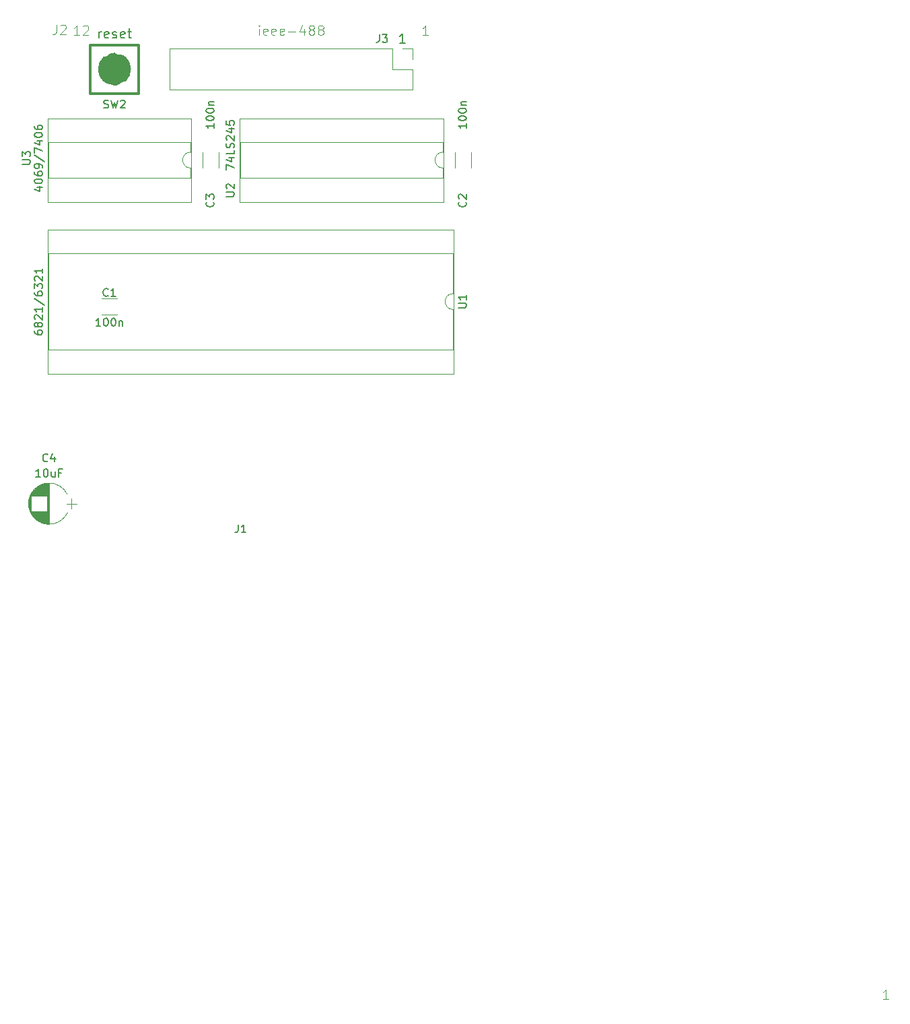
<source format=gto>
G04 #@! TF.GenerationSoftware,KiCad,Pcbnew,(5.0.1-3-g963ef8bb5)*
G04 #@! TF.CreationDate,2020-03-26T19:19:19+01:00*
G04 #@! TF.ProjectId,C64_ieee488_interface_6821,4336345F696565653438385F696E7465,1.0*
G04 #@! TF.SameCoordinates,Original*
G04 #@! TF.FileFunction,Legend,Top*
G04 #@! TF.FilePolarity,Positive*
%FSLAX46Y46*%
G04 Gerber Fmt 4.6, Leading zero omitted, Abs format (unit mm)*
G04 Created by KiCad (PCBNEW (5.0.1-3-g963ef8bb5)) date Donnerstag, 26. März 2020 um 19:19:19*
%MOMM*%
%LPD*%
G01*
G04 APERTURE LIST*
%ADD10C,0.150000*%
%ADD11C,0.304800*%
%ADD12C,2.540000*%
%ADD13C,0.120000*%
%ADD14C,0.101600*%
G04 APERTURE END LIST*
D10*
X69812142Y-57057857D02*
X69812142Y-56257857D01*
X69812142Y-56486428D02*
X69869285Y-56372142D01*
X69926428Y-56315000D01*
X70040714Y-56257857D01*
X70155000Y-56257857D01*
X71012142Y-57000714D02*
X70897857Y-57057857D01*
X70669285Y-57057857D01*
X70555000Y-57000714D01*
X70497857Y-56886428D01*
X70497857Y-56429285D01*
X70555000Y-56315000D01*
X70669285Y-56257857D01*
X70897857Y-56257857D01*
X71012142Y-56315000D01*
X71069285Y-56429285D01*
X71069285Y-56543571D01*
X70497857Y-56657857D01*
X71526428Y-57000714D02*
X71640714Y-57057857D01*
X71869285Y-57057857D01*
X71983571Y-57000714D01*
X72040714Y-56886428D01*
X72040714Y-56829285D01*
X71983571Y-56715000D01*
X71869285Y-56657857D01*
X71697857Y-56657857D01*
X71583571Y-56600714D01*
X71526428Y-56486428D01*
X71526428Y-56429285D01*
X71583571Y-56315000D01*
X71697857Y-56257857D01*
X71869285Y-56257857D01*
X71983571Y-56315000D01*
X73012142Y-57000714D02*
X72897857Y-57057857D01*
X72669285Y-57057857D01*
X72555000Y-57000714D01*
X72497857Y-56886428D01*
X72497857Y-56429285D01*
X72555000Y-56315000D01*
X72669285Y-56257857D01*
X72897857Y-56257857D01*
X73012142Y-56315000D01*
X73069285Y-56429285D01*
X73069285Y-56543571D01*
X72497857Y-56657857D01*
X73412142Y-56257857D02*
X73869285Y-56257857D01*
X73583571Y-55857857D02*
X73583571Y-56886428D01*
X73640714Y-57000714D01*
X73755000Y-57057857D01*
X73869285Y-57057857D01*
X108292857Y-57692857D02*
X107607142Y-57692857D01*
X107950000Y-57692857D02*
X107950000Y-56492857D01*
X107835714Y-56664285D01*
X107721428Y-56778571D01*
X107607142Y-56835714D01*
D11*
G04 #@! TO.C,SW2*
X68707000Y-64008000D02*
X68707000Y-57912000D01*
X68707000Y-57912000D02*
X74803000Y-57912000D01*
X74803000Y-57912000D02*
X74803000Y-64008000D01*
X74803000Y-64008000D02*
X68707000Y-64008000D01*
D12*
X72558219Y-60960000D02*
G75*
G03X72558219Y-60960000I-803219J0D01*
G01*
D13*
G04 #@! TO.C,U1*
X114420000Y-99230000D02*
X114420000Y-81110000D01*
X63380000Y-99230000D02*
X114420000Y-99230000D01*
X63380000Y-81110000D02*
X63380000Y-99230000D01*
X114420000Y-81110000D02*
X63380000Y-81110000D01*
X114360000Y-96230000D02*
X114360000Y-91170000D01*
X63440000Y-96230000D02*
X114360000Y-96230000D01*
X63440000Y-84110000D02*
X63440000Y-96230000D01*
X114360000Y-84110000D02*
X63440000Y-84110000D01*
X114360000Y-89170000D02*
X114360000Y-84110000D01*
X114360000Y-91170000D02*
G75*
G02X114360000Y-89170000I0J1000000D01*
G01*
G04 #@! TO.C,U2*
X113150000Y-77640000D02*
X113150000Y-67140000D01*
X87510000Y-77640000D02*
X113150000Y-77640000D01*
X87510000Y-67140000D02*
X87510000Y-77640000D01*
X113150000Y-67140000D02*
X87510000Y-67140000D01*
X113090000Y-74640000D02*
X113090000Y-73390000D01*
X87570000Y-74640000D02*
X113090000Y-74640000D01*
X87570000Y-70140000D02*
X87570000Y-74640000D01*
X113090000Y-70140000D02*
X87570000Y-70140000D01*
X113090000Y-71390000D02*
X113090000Y-70140000D01*
X113090000Y-73390000D02*
G75*
G02X113090000Y-71390000I0J1000000D01*
G01*
G04 #@! TO.C,U3*
X81400000Y-77640000D02*
X81400000Y-67140000D01*
X63380000Y-77640000D02*
X81400000Y-77640000D01*
X63380000Y-67140000D02*
X63380000Y-77640000D01*
X81400000Y-67140000D02*
X63380000Y-67140000D01*
X81340000Y-74640000D02*
X81340000Y-73390000D01*
X63440000Y-74640000D02*
X81340000Y-74640000D01*
X63440000Y-70140000D02*
X63440000Y-74640000D01*
X81340000Y-70140000D02*
X63440000Y-70140000D01*
X81340000Y-71390000D02*
X81340000Y-70140000D01*
X81340000Y-73390000D02*
G75*
G02X81340000Y-71390000I0J1000000D01*
G01*
G04 #@! TO.C,C1*
X70120000Y-91825000D02*
X72120000Y-91825000D01*
X72120000Y-89785000D02*
X70120000Y-89785000D01*
G04 #@! TO.C,C2*
X114550000Y-71390000D02*
X114550000Y-73390000D01*
X116590000Y-73390000D02*
X116590000Y-71390000D01*
G04 #@! TO.C,C3*
X84840000Y-73390000D02*
X84840000Y-71390000D01*
X82800000Y-71390000D02*
X82800000Y-73390000D01*
G04 #@! TO.C,C4*
X66370000Y-116220000D02*
X66370000Y-114920000D01*
X66970000Y-115570000D02*
X65770000Y-115570000D01*
X60959000Y-115924000D02*
X60959000Y-115216000D01*
X60999000Y-116129000D02*
X60999000Y-115011000D01*
X61039000Y-116277000D02*
X61039000Y-114863000D01*
X61079000Y-116399000D02*
X61079000Y-114741000D01*
X61119000Y-116504000D02*
X61119000Y-114636000D01*
X61159000Y-116598000D02*
X61159000Y-114542000D01*
X61199000Y-116682000D02*
X61199000Y-114458000D01*
X61239000Y-116759000D02*
X61239000Y-114381000D01*
X61279000Y-116831000D02*
X61279000Y-114309000D01*
X61319000Y-114590000D02*
X61319000Y-114243000D01*
X61319000Y-116897000D02*
X61319000Y-116550000D01*
X61359000Y-114590000D02*
X61359000Y-114180000D01*
X61359000Y-116960000D02*
X61359000Y-116550000D01*
X61399000Y-114590000D02*
X61399000Y-114122000D01*
X61399000Y-117018000D02*
X61399000Y-116550000D01*
X61439000Y-114590000D02*
X61439000Y-114066000D01*
X61439000Y-117074000D02*
X61439000Y-116550000D01*
X61479000Y-114590000D02*
X61479000Y-114014000D01*
X61479000Y-117126000D02*
X61479000Y-116550000D01*
X61519000Y-114590000D02*
X61519000Y-113964000D01*
X61519000Y-117176000D02*
X61519000Y-116550000D01*
X61559000Y-114590000D02*
X61559000Y-113916000D01*
X61559000Y-117224000D02*
X61559000Y-116550000D01*
X61599000Y-114590000D02*
X61599000Y-113871000D01*
X61599000Y-117269000D02*
X61599000Y-116550000D01*
X61639000Y-114590000D02*
X61639000Y-113828000D01*
X61639000Y-117312000D02*
X61639000Y-116550000D01*
X61679000Y-114590000D02*
X61679000Y-113787000D01*
X61679000Y-117353000D02*
X61679000Y-116550000D01*
X61719000Y-114590000D02*
X61719000Y-113747000D01*
X61719000Y-117393000D02*
X61719000Y-116550000D01*
X61759000Y-114590000D02*
X61759000Y-113709000D01*
X61759000Y-117431000D02*
X61759000Y-116550000D01*
X61799000Y-114590000D02*
X61799000Y-113673000D01*
X61799000Y-117467000D02*
X61799000Y-116550000D01*
X61839000Y-114590000D02*
X61839000Y-113638000D01*
X61839000Y-117502000D02*
X61839000Y-116550000D01*
X61879000Y-114590000D02*
X61879000Y-113605000D01*
X61879000Y-117535000D02*
X61879000Y-116550000D01*
X61919000Y-114590000D02*
X61919000Y-113573000D01*
X61919000Y-117567000D02*
X61919000Y-116550000D01*
X61959000Y-114590000D02*
X61959000Y-113542000D01*
X61959000Y-117598000D02*
X61959000Y-116550000D01*
X61999000Y-114590000D02*
X61999000Y-113512000D01*
X61999000Y-117628000D02*
X61999000Y-116550000D01*
X62039000Y-114590000D02*
X62039000Y-113484000D01*
X62039000Y-117656000D02*
X62039000Y-116550000D01*
X62079000Y-114590000D02*
X62079000Y-113457000D01*
X62079000Y-117683000D02*
X62079000Y-116550000D01*
X62119000Y-114590000D02*
X62119000Y-113430000D01*
X62119000Y-117710000D02*
X62119000Y-116550000D01*
X62159000Y-114590000D02*
X62159000Y-113405000D01*
X62159000Y-117735000D02*
X62159000Y-116550000D01*
X62199000Y-114590000D02*
X62199000Y-113381000D01*
X62199000Y-117759000D02*
X62199000Y-116550000D01*
X62239000Y-114590000D02*
X62239000Y-113358000D01*
X62239000Y-117782000D02*
X62239000Y-116550000D01*
X62279000Y-114590000D02*
X62279000Y-113336000D01*
X62279000Y-117804000D02*
X62279000Y-116550000D01*
X62319000Y-114590000D02*
X62319000Y-113314000D01*
X62319000Y-117826000D02*
X62319000Y-116550000D01*
X62359000Y-114590000D02*
X62359000Y-113294000D01*
X62359000Y-117846000D02*
X62359000Y-116550000D01*
X62399000Y-114590000D02*
X62399000Y-113274000D01*
X62399000Y-117866000D02*
X62399000Y-116550000D01*
X62439000Y-114590000D02*
X62439000Y-113255000D01*
X62439000Y-117885000D02*
X62439000Y-116550000D01*
X62479000Y-114590000D02*
X62479000Y-113237000D01*
X62479000Y-117903000D02*
X62479000Y-116550000D01*
X62519000Y-114590000D02*
X62519000Y-113220000D01*
X62519000Y-117920000D02*
X62519000Y-116550000D01*
X62559000Y-114590000D02*
X62559000Y-113204000D01*
X62559000Y-117936000D02*
X62559000Y-116550000D01*
X62599000Y-114590000D02*
X62599000Y-113188000D01*
X62599000Y-117952000D02*
X62599000Y-116550000D01*
X62639000Y-114590000D02*
X62639000Y-113174000D01*
X62639000Y-117966000D02*
X62639000Y-116550000D01*
X62679000Y-114590000D02*
X62679000Y-113160000D01*
X62679000Y-117980000D02*
X62679000Y-116550000D01*
X62719000Y-114590000D02*
X62719000Y-113146000D01*
X62719000Y-117994000D02*
X62719000Y-116550000D01*
X62759000Y-114590000D02*
X62759000Y-113134000D01*
X62759000Y-118006000D02*
X62759000Y-116550000D01*
X62799000Y-114590000D02*
X62799000Y-113122000D01*
X62799000Y-118018000D02*
X62799000Y-116550000D01*
X62840000Y-114590000D02*
X62840000Y-113110000D01*
X62840000Y-118030000D02*
X62840000Y-116550000D01*
X62880000Y-114590000D02*
X62880000Y-113100000D01*
X62880000Y-118040000D02*
X62880000Y-116550000D01*
X62920000Y-114590000D02*
X62920000Y-113090000D01*
X62920000Y-118050000D02*
X62920000Y-116550000D01*
X62960000Y-114590000D02*
X62960000Y-113081000D01*
X62960000Y-118059000D02*
X62960000Y-116550000D01*
X63000000Y-114590000D02*
X63000000Y-113072000D01*
X63000000Y-118068000D02*
X63000000Y-116550000D01*
X63040000Y-114590000D02*
X63040000Y-113064000D01*
X63040000Y-118076000D02*
X63040000Y-116550000D01*
X63080000Y-114590000D02*
X63080000Y-113057000D01*
X63080000Y-118083000D02*
X63080000Y-116550000D01*
X63120000Y-114590000D02*
X63120000Y-113051000D01*
X63120000Y-118089000D02*
X63120000Y-116550000D01*
X63160000Y-114590000D02*
X63160000Y-113045000D01*
X63160000Y-118095000D02*
X63160000Y-116550000D01*
X63200000Y-114590000D02*
X63200000Y-113039000D01*
X63200000Y-118101000D02*
X63200000Y-116550000D01*
X63240000Y-114590000D02*
X63240000Y-113035000D01*
X63240000Y-118105000D02*
X63240000Y-116550000D01*
X63280000Y-118109000D02*
X63280000Y-113031000D01*
X63320000Y-118113000D02*
X63320000Y-113027000D01*
X63360000Y-118116000D02*
X63360000Y-113024000D01*
X63400000Y-118118000D02*
X63400000Y-113022000D01*
X63440000Y-118119000D02*
X63440000Y-113021000D01*
X63480000Y-118120000D02*
X63480000Y-113020000D01*
X63520000Y-118120000D02*
X63520000Y-113020000D01*
X61214278Y-114390277D02*
G75*
G03X61214420Y-116750000I2305722J-1179723D01*
G01*
X61214278Y-114390277D02*
G75*
G02X65825580Y-114390000I2305722J-1179723D01*
G01*
X61214278Y-116749723D02*
G75*
G03X65825580Y-116750000I2305722J1179723D01*
G01*
G04 #@! TO.C,J3*
X109280000Y-58360000D02*
X109280000Y-59690000D01*
X107950000Y-58360000D02*
X109280000Y-58360000D01*
X109280000Y-60960000D02*
X109280000Y-63560000D01*
X106680000Y-60960000D02*
X109280000Y-60960000D01*
X106680000Y-58360000D02*
X106680000Y-60960000D01*
X109280000Y-63560000D02*
X78680000Y-63560000D01*
X106680000Y-58360000D02*
X78680000Y-58360000D01*
X78680000Y-58360000D02*
X78680000Y-63560000D01*
G04 #@! TO.C,J1*
D10*
X87296666Y-118197380D02*
X87296666Y-118911666D01*
X87249047Y-119054523D01*
X87153809Y-119149761D01*
X87010952Y-119197380D01*
X86915714Y-119197380D01*
X88296666Y-119197380D02*
X87725238Y-119197380D01*
X88010952Y-119197380D02*
X88010952Y-118197380D01*
X87915714Y-118340238D01*
X87820476Y-118435476D01*
X87725238Y-118483095D01*
G04 #@! TO.C,J2*
D14*
X64452016Y-55378047D02*
X64452016Y-56239833D01*
X64394563Y-56412190D01*
X64279659Y-56527095D01*
X64107301Y-56584547D01*
X63992397Y-56584547D01*
X64969087Y-55492952D02*
X65026540Y-55435500D01*
X65141444Y-55378047D01*
X65428706Y-55378047D01*
X65543611Y-55435500D01*
X65601063Y-55492952D01*
X65658516Y-55607857D01*
X65658516Y-55722761D01*
X65601063Y-55895119D01*
X64911635Y-56584547D01*
X65658516Y-56584547D01*
X89958333Y-56679797D02*
X89958333Y-55875464D01*
X89958333Y-55473297D02*
X89900880Y-55530750D01*
X89958333Y-55588202D01*
X90015785Y-55530750D01*
X89958333Y-55473297D01*
X89958333Y-55588202D01*
X90992476Y-56622345D02*
X90877571Y-56679797D01*
X90647761Y-56679797D01*
X90532857Y-56622345D01*
X90475404Y-56507440D01*
X90475404Y-56047821D01*
X90532857Y-55932916D01*
X90647761Y-55875464D01*
X90877571Y-55875464D01*
X90992476Y-55932916D01*
X91049928Y-56047821D01*
X91049928Y-56162726D01*
X90475404Y-56277630D01*
X92026619Y-56622345D02*
X91911714Y-56679797D01*
X91681904Y-56679797D01*
X91567000Y-56622345D01*
X91509547Y-56507440D01*
X91509547Y-56047821D01*
X91567000Y-55932916D01*
X91681904Y-55875464D01*
X91911714Y-55875464D01*
X92026619Y-55932916D01*
X92084071Y-56047821D01*
X92084071Y-56162726D01*
X91509547Y-56277630D01*
X93060761Y-56622345D02*
X92945857Y-56679797D01*
X92716047Y-56679797D01*
X92601142Y-56622345D01*
X92543690Y-56507440D01*
X92543690Y-56047821D01*
X92601142Y-55932916D01*
X92716047Y-55875464D01*
X92945857Y-55875464D01*
X93060761Y-55932916D01*
X93118214Y-56047821D01*
X93118214Y-56162726D01*
X92543690Y-56277630D01*
X93635285Y-56220178D02*
X94554523Y-56220178D01*
X95646119Y-55875464D02*
X95646119Y-56679797D01*
X95358857Y-55415845D02*
X95071595Y-56277630D01*
X95818476Y-56277630D01*
X96450452Y-55990369D02*
X96335547Y-55932916D01*
X96278095Y-55875464D01*
X96220642Y-55760559D01*
X96220642Y-55703107D01*
X96278095Y-55588202D01*
X96335547Y-55530750D01*
X96450452Y-55473297D01*
X96680261Y-55473297D01*
X96795166Y-55530750D01*
X96852619Y-55588202D01*
X96910071Y-55703107D01*
X96910071Y-55760559D01*
X96852619Y-55875464D01*
X96795166Y-55932916D01*
X96680261Y-55990369D01*
X96450452Y-55990369D01*
X96335547Y-56047821D01*
X96278095Y-56105273D01*
X96220642Y-56220178D01*
X96220642Y-56449988D01*
X96278095Y-56564892D01*
X96335547Y-56622345D01*
X96450452Y-56679797D01*
X96680261Y-56679797D01*
X96795166Y-56622345D01*
X96852619Y-56564892D01*
X96910071Y-56449988D01*
X96910071Y-56220178D01*
X96852619Y-56105273D01*
X96795166Y-56047821D01*
X96680261Y-55990369D01*
X97599500Y-55990369D02*
X97484595Y-55932916D01*
X97427142Y-55875464D01*
X97369690Y-55760559D01*
X97369690Y-55703107D01*
X97427142Y-55588202D01*
X97484595Y-55530750D01*
X97599500Y-55473297D01*
X97829309Y-55473297D01*
X97944214Y-55530750D01*
X98001666Y-55588202D01*
X98059119Y-55703107D01*
X98059119Y-55760559D01*
X98001666Y-55875464D01*
X97944214Y-55932916D01*
X97829309Y-55990369D01*
X97599500Y-55990369D01*
X97484595Y-56047821D01*
X97427142Y-56105273D01*
X97369690Y-56220178D01*
X97369690Y-56449988D01*
X97427142Y-56564892D01*
X97484595Y-56622345D01*
X97599500Y-56679797D01*
X97829309Y-56679797D01*
X97944214Y-56622345D01*
X98001666Y-56564892D01*
X98059119Y-56449988D01*
X98059119Y-56220178D01*
X98001666Y-56105273D01*
X97944214Y-56047821D01*
X97829309Y-55990369D01*
X111244714Y-56679797D02*
X110555285Y-56679797D01*
X110900000Y-56679797D02*
X110900000Y-55473297D01*
X110785095Y-55645654D01*
X110670190Y-55760559D01*
X110555285Y-55818011D01*
X67334190Y-56679797D02*
X66644761Y-56679797D01*
X66989476Y-56679797D02*
X66989476Y-55473297D01*
X66874571Y-55645654D01*
X66759666Y-55760559D01*
X66644761Y-55818011D01*
X67793809Y-55588202D02*
X67851261Y-55530750D01*
X67966166Y-55473297D01*
X68253428Y-55473297D01*
X68368333Y-55530750D01*
X68425785Y-55588202D01*
X68483238Y-55703107D01*
X68483238Y-55818011D01*
X68425785Y-55990369D01*
X67736357Y-56679797D01*
X68483238Y-56679797D01*
G04 #@! TO.C,*
D10*
D14*
X169099714Y-177852071D02*
X168410285Y-177852071D01*
X168755000Y-177852071D02*
X168755000Y-176645571D01*
X168640095Y-176817928D01*
X168525190Y-176932833D01*
X168410285Y-176990285D01*
G04 #@! TO.C,SW2*
D10*
X70421666Y-65809761D02*
X70564523Y-65857380D01*
X70802619Y-65857380D01*
X70897857Y-65809761D01*
X70945476Y-65762142D01*
X70993095Y-65666904D01*
X70993095Y-65571666D01*
X70945476Y-65476428D01*
X70897857Y-65428809D01*
X70802619Y-65381190D01*
X70612142Y-65333571D01*
X70516904Y-65285952D01*
X70469285Y-65238333D01*
X70421666Y-65143095D01*
X70421666Y-65047857D01*
X70469285Y-64952619D01*
X70516904Y-64905000D01*
X70612142Y-64857380D01*
X70850238Y-64857380D01*
X70993095Y-64905000D01*
X71326428Y-64857380D02*
X71564523Y-65857380D01*
X71755000Y-65143095D01*
X71945476Y-65857380D01*
X72183571Y-64857380D01*
X72516904Y-64952619D02*
X72564523Y-64905000D01*
X72659761Y-64857380D01*
X72897857Y-64857380D01*
X72993095Y-64905000D01*
X73040714Y-64952619D01*
X73088333Y-65047857D01*
X73088333Y-65143095D01*
X73040714Y-65285952D01*
X72469285Y-65857380D01*
X73088333Y-65857380D01*
G04 #@! TO.C,U1*
X115022380Y-90931904D02*
X115831904Y-90931904D01*
X115927142Y-90884285D01*
X115974761Y-90836666D01*
X116022380Y-90741428D01*
X116022380Y-90550952D01*
X115974761Y-90455714D01*
X115927142Y-90408095D01*
X115831904Y-90360476D01*
X115022380Y-90360476D01*
X116022380Y-89360476D02*
X116022380Y-89931904D01*
X116022380Y-89646190D02*
X115022380Y-89646190D01*
X115165238Y-89741428D01*
X115260476Y-89836666D01*
X115308095Y-89931904D01*
X61682380Y-93836666D02*
X61682380Y-94027142D01*
X61730000Y-94122380D01*
X61777619Y-94170000D01*
X61920476Y-94265238D01*
X62110952Y-94312857D01*
X62491904Y-94312857D01*
X62587142Y-94265238D01*
X62634761Y-94217619D01*
X62682380Y-94122380D01*
X62682380Y-93931904D01*
X62634761Y-93836666D01*
X62587142Y-93789047D01*
X62491904Y-93741428D01*
X62253809Y-93741428D01*
X62158571Y-93789047D01*
X62110952Y-93836666D01*
X62063333Y-93931904D01*
X62063333Y-94122380D01*
X62110952Y-94217619D01*
X62158571Y-94265238D01*
X62253809Y-94312857D01*
X62110952Y-93170000D02*
X62063333Y-93265238D01*
X62015714Y-93312857D01*
X61920476Y-93360476D01*
X61872857Y-93360476D01*
X61777619Y-93312857D01*
X61730000Y-93265238D01*
X61682380Y-93170000D01*
X61682380Y-92979523D01*
X61730000Y-92884285D01*
X61777619Y-92836666D01*
X61872857Y-92789047D01*
X61920476Y-92789047D01*
X62015714Y-92836666D01*
X62063333Y-92884285D01*
X62110952Y-92979523D01*
X62110952Y-93170000D01*
X62158571Y-93265238D01*
X62206190Y-93312857D01*
X62301428Y-93360476D01*
X62491904Y-93360476D01*
X62587142Y-93312857D01*
X62634761Y-93265238D01*
X62682380Y-93170000D01*
X62682380Y-92979523D01*
X62634761Y-92884285D01*
X62587142Y-92836666D01*
X62491904Y-92789047D01*
X62301428Y-92789047D01*
X62206190Y-92836666D01*
X62158571Y-92884285D01*
X62110952Y-92979523D01*
X61777619Y-92408095D02*
X61730000Y-92360476D01*
X61682380Y-92265238D01*
X61682380Y-92027142D01*
X61730000Y-91931904D01*
X61777619Y-91884285D01*
X61872857Y-91836666D01*
X61968095Y-91836666D01*
X62110952Y-91884285D01*
X62682380Y-92455714D01*
X62682380Y-91836666D01*
X62682380Y-90884285D02*
X62682380Y-91455714D01*
X62682380Y-91170000D02*
X61682380Y-91170000D01*
X61825238Y-91265238D01*
X61920476Y-91360476D01*
X61968095Y-91455714D01*
X61634761Y-89741428D02*
X62920476Y-90598571D01*
X61682380Y-88979523D02*
X61682380Y-89170000D01*
X61730000Y-89265238D01*
X61777619Y-89312857D01*
X61920476Y-89408095D01*
X62110952Y-89455714D01*
X62491904Y-89455714D01*
X62587142Y-89408095D01*
X62634761Y-89360476D01*
X62682380Y-89265238D01*
X62682380Y-89074761D01*
X62634761Y-88979523D01*
X62587142Y-88931904D01*
X62491904Y-88884285D01*
X62253809Y-88884285D01*
X62158571Y-88931904D01*
X62110952Y-88979523D01*
X62063333Y-89074761D01*
X62063333Y-89265238D01*
X62110952Y-89360476D01*
X62158571Y-89408095D01*
X62253809Y-89455714D01*
X61682380Y-88550952D02*
X61682380Y-87931904D01*
X62063333Y-88265238D01*
X62063333Y-88122380D01*
X62110952Y-88027142D01*
X62158571Y-87979523D01*
X62253809Y-87931904D01*
X62491904Y-87931904D01*
X62587142Y-87979523D01*
X62634761Y-88027142D01*
X62682380Y-88122380D01*
X62682380Y-88408095D01*
X62634761Y-88503333D01*
X62587142Y-88550952D01*
X61777619Y-87550952D02*
X61730000Y-87503333D01*
X61682380Y-87408095D01*
X61682380Y-87170000D01*
X61730000Y-87074761D01*
X61777619Y-87027142D01*
X61872857Y-86979523D01*
X61968095Y-86979523D01*
X62110952Y-87027142D01*
X62682380Y-87598571D01*
X62682380Y-86979523D01*
X62682380Y-86027142D02*
X62682380Y-86598571D01*
X62682380Y-86312857D02*
X61682380Y-86312857D01*
X61825238Y-86408095D01*
X61920476Y-86503333D01*
X61968095Y-86598571D01*
G04 #@! TO.C,U2*
X85812380Y-76961904D02*
X86621904Y-76961904D01*
X86717142Y-76914285D01*
X86764761Y-76866666D01*
X86812380Y-76771428D01*
X86812380Y-76580952D01*
X86764761Y-76485714D01*
X86717142Y-76438095D01*
X86621904Y-76390476D01*
X85812380Y-76390476D01*
X85907619Y-75961904D02*
X85860000Y-75914285D01*
X85812380Y-75819047D01*
X85812380Y-75580952D01*
X85860000Y-75485714D01*
X85907619Y-75438095D01*
X86002857Y-75390476D01*
X86098095Y-75390476D01*
X86240952Y-75438095D01*
X86812380Y-76009523D01*
X86812380Y-75390476D01*
X85812380Y-73604047D02*
X85812380Y-72937380D01*
X86812380Y-73365952D01*
X86145714Y-72127857D02*
X86812380Y-72127857D01*
X85764761Y-72365952D02*
X86479047Y-72604047D01*
X86479047Y-71985000D01*
X86812380Y-71127857D02*
X86812380Y-71604047D01*
X85812380Y-71604047D01*
X86764761Y-70842142D02*
X86812380Y-70699285D01*
X86812380Y-70461190D01*
X86764761Y-70365952D01*
X86717142Y-70318333D01*
X86621904Y-70270714D01*
X86526666Y-70270714D01*
X86431428Y-70318333D01*
X86383809Y-70365952D01*
X86336190Y-70461190D01*
X86288571Y-70651666D01*
X86240952Y-70746904D01*
X86193333Y-70794523D01*
X86098095Y-70842142D01*
X86002857Y-70842142D01*
X85907619Y-70794523D01*
X85860000Y-70746904D01*
X85812380Y-70651666D01*
X85812380Y-70413571D01*
X85860000Y-70270714D01*
X85907619Y-69889761D02*
X85860000Y-69842142D01*
X85812380Y-69746904D01*
X85812380Y-69508809D01*
X85860000Y-69413571D01*
X85907619Y-69365952D01*
X86002857Y-69318333D01*
X86098095Y-69318333D01*
X86240952Y-69365952D01*
X86812380Y-69937380D01*
X86812380Y-69318333D01*
X86145714Y-68461190D02*
X86812380Y-68461190D01*
X85764761Y-68699285D02*
X86479047Y-68937380D01*
X86479047Y-68318333D01*
X85812380Y-67461190D02*
X85812380Y-67937380D01*
X86288571Y-67985000D01*
X86240952Y-67937380D01*
X86193333Y-67842142D01*
X86193333Y-67604047D01*
X86240952Y-67508809D01*
X86288571Y-67461190D01*
X86383809Y-67413571D01*
X86621904Y-67413571D01*
X86717142Y-67461190D01*
X86764761Y-67508809D01*
X86812380Y-67604047D01*
X86812380Y-67842142D01*
X86764761Y-67937380D01*
X86717142Y-67985000D01*
G04 #@! TO.C,U3*
X60158380Y-72897904D02*
X60967904Y-72897904D01*
X61063142Y-72850285D01*
X61110761Y-72802666D01*
X61158380Y-72707428D01*
X61158380Y-72516952D01*
X61110761Y-72421714D01*
X61063142Y-72374095D01*
X60967904Y-72326476D01*
X60158380Y-72326476D01*
X60158380Y-71945523D02*
X60158380Y-71326476D01*
X60539333Y-71659809D01*
X60539333Y-71516952D01*
X60586952Y-71421714D01*
X60634571Y-71374095D01*
X60729809Y-71326476D01*
X60967904Y-71326476D01*
X61063142Y-71374095D01*
X61110761Y-71421714D01*
X61158380Y-71516952D01*
X61158380Y-71802666D01*
X61110761Y-71897904D01*
X61063142Y-71945523D01*
X62015714Y-75802666D02*
X62682380Y-75802666D01*
X61634761Y-76040761D02*
X62349047Y-76278857D01*
X62349047Y-75659809D01*
X61682380Y-75088380D02*
X61682380Y-74993142D01*
X61730000Y-74897904D01*
X61777619Y-74850285D01*
X61872857Y-74802666D01*
X62063333Y-74755047D01*
X62301428Y-74755047D01*
X62491904Y-74802666D01*
X62587142Y-74850285D01*
X62634761Y-74897904D01*
X62682380Y-74993142D01*
X62682380Y-75088380D01*
X62634761Y-75183619D01*
X62587142Y-75231238D01*
X62491904Y-75278857D01*
X62301428Y-75326476D01*
X62063333Y-75326476D01*
X61872857Y-75278857D01*
X61777619Y-75231238D01*
X61730000Y-75183619D01*
X61682380Y-75088380D01*
X61682380Y-73897904D02*
X61682380Y-74088380D01*
X61730000Y-74183619D01*
X61777619Y-74231238D01*
X61920476Y-74326476D01*
X62110952Y-74374095D01*
X62491904Y-74374095D01*
X62587142Y-74326476D01*
X62634761Y-74278857D01*
X62682380Y-74183619D01*
X62682380Y-73993142D01*
X62634761Y-73897904D01*
X62587142Y-73850285D01*
X62491904Y-73802666D01*
X62253809Y-73802666D01*
X62158571Y-73850285D01*
X62110952Y-73897904D01*
X62063333Y-73993142D01*
X62063333Y-74183619D01*
X62110952Y-74278857D01*
X62158571Y-74326476D01*
X62253809Y-74374095D01*
X62682380Y-73326476D02*
X62682380Y-73136000D01*
X62634761Y-73040761D01*
X62587142Y-72993142D01*
X62444285Y-72897904D01*
X62253809Y-72850285D01*
X61872857Y-72850285D01*
X61777619Y-72897904D01*
X61730000Y-72945523D01*
X61682380Y-73040761D01*
X61682380Y-73231238D01*
X61730000Y-73326476D01*
X61777619Y-73374095D01*
X61872857Y-73421714D01*
X62110952Y-73421714D01*
X62206190Y-73374095D01*
X62253809Y-73326476D01*
X62301428Y-73231238D01*
X62301428Y-73040761D01*
X62253809Y-72945523D01*
X62206190Y-72897904D01*
X62110952Y-72850285D01*
X61634761Y-71707428D02*
X62920476Y-72564571D01*
X61682380Y-71469333D02*
X61682380Y-70802666D01*
X62682380Y-71231238D01*
X62015714Y-69993142D02*
X62682380Y-69993142D01*
X61634761Y-70231238D02*
X62349047Y-70469333D01*
X62349047Y-69850285D01*
X61682380Y-69278857D02*
X61682380Y-69183619D01*
X61730000Y-69088380D01*
X61777619Y-69040761D01*
X61872857Y-68993142D01*
X62063333Y-68945523D01*
X62301428Y-68945523D01*
X62491904Y-68993142D01*
X62587142Y-69040761D01*
X62634761Y-69088380D01*
X62682380Y-69183619D01*
X62682380Y-69278857D01*
X62634761Y-69374095D01*
X62587142Y-69421714D01*
X62491904Y-69469333D01*
X62301428Y-69516952D01*
X62063333Y-69516952D01*
X61872857Y-69469333D01*
X61777619Y-69421714D01*
X61730000Y-69374095D01*
X61682380Y-69278857D01*
X61682380Y-68088380D02*
X61682380Y-68278857D01*
X61730000Y-68374095D01*
X61777619Y-68421714D01*
X61920476Y-68516952D01*
X62110952Y-68564571D01*
X62491904Y-68564571D01*
X62587142Y-68516952D01*
X62634761Y-68469333D01*
X62682380Y-68374095D01*
X62682380Y-68183619D01*
X62634761Y-68088380D01*
X62587142Y-68040761D01*
X62491904Y-67993142D01*
X62253809Y-67993142D01*
X62158571Y-68040761D01*
X62110952Y-68088380D01*
X62063333Y-68183619D01*
X62063333Y-68374095D01*
X62110952Y-68469333D01*
X62158571Y-68516952D01*
X62253809Y-68564571D01*
G04 #@! TO.C,C1*
X70953333Y-89412142D02*
X70905714Y-89459761D01*
X70762857Y-89507380D01*
X70667619Y-89507380D01*
X70524761Y-89459761D01*
X70429523Y-89364523D01*
X70381904Y-89269285D01*
X70334285Y-89078809D01*
X70334285Y-88935952D01*
X70381904Y-88745476D01*
X70429523Y-88650238D01*
X70524761Y-88555000D01*
X70667619Y-88507380D01*
X70762857Y-88507380D01*
X70905714Y-88555000D01*
X70953333Y-88602619D01*
X71905714Y-89507380D02*
X71334285Y-89507380D01*
X71620000Y-89507380D02*
X71620000Y-88507380D01*
X71524761Y-88650238D01*
X71429523Y-88745476D01*
X71334285Y-88793095D01*
X70000952Y-93257380D02*
X69429523Y-93257380D01*
X69715238Y-93257380D02*
X69715238Y-92257380D01*
X69620000Y-92400238D01*
X69524761Y-92495476D01*
X69429523Y-92543095D01*
X70620000Y-92257380D02*
X70715238Y-92257380D01*
X70810476Y-92305000D01*
X70858095Y-92352619D01*
X70905714Y-92447857D01*
X70953333Y-92638333D01*
X70953333Y-92876428D01*
X70905714Y-93066904D01*
X70858095Y-93162142D01*
X70810476Y-93209761D01*
X70715238Y-93257380D01*
X70620000Y-93257380D01*
X70524761Y-93209761D01*
X70477142Y-93162142D01*
X70429523Y-93066904D01*
X70381904Y-92876428D01*
X70381904Y-92638333D01*
X70429523Y-92447857D01*
X70477142Y-92352619D01*
X70524761Y-92305000D01*
X70620000Y-92257380D01*
X71572380Y-92257380D02*
X71667619Y-92257380D01*
X71762857Y-92305000D01*
X71810476Y-92352619D01*
X71858095Y-92447857D01*
X71905714Y-92638333D01*
X71905714Y-92876428D01*
X71858095Y-93066904D01*
X71810476Y-93162142D01*
X71762857Y-93209761D01*
X71667619Y-93257380D01*
X71572380Y-93257380D01*
X71477142Y-93209761D01*
X71429523Y-93162142D01*
X71381904Y-93066904D01*
X71334285Y-92876428D01*
X71334285Y-92638333D01*
X71381904Y-92447857D01*
X71429523Y-92352619D01*
X71477142Y-92305000D01*
X71572380Y-92257380D01*
X72334285Y-92590714D02*
X72334285Y-93257380D01*
X72334285Y-92685952D02*
X72381904Y-92638333D01*
X72477142Y-92590714D01*
X72620000Y-92590714D01*
X72715238Y-92638333D01*
X72762857Y-92733571D01*
X72762857Y-93257380D01*
G04 #@! TO.C,C2*
X115927142Y-77636666D02*
X115974761Y-77684285D01*
X116022380Y-77827142D01*
X116022380Y-77922380D01*
X115974761Y-78065238D01*
X115879523Y-78160476D01*
X115784285Y-78208095D01*
X115593809Y-78255714D01*
X115450952Y-78255714D01*
X115260476Y-78208095D01*
X115165238Y-78160476D01*
X115070000Y-78065238D01*
X115022380Y-77922380D01*
X115022380Y-77827142D01*
X115070000Y-77684285D01*
X115117619Y-77636666D01*
X115117619Y-77255714D02*
X115070000Y-77208095D01*
X115022380Y-77112857D01*
X115022380Y-76874761D01*
X115070000Y-76779523D01*
X115117619Y-76731904D01*
X115212857Y-76684285D01*
X115308095Y-76684285D01*
X115450952Y-76731904D01*
X116022380Y-77303333D01*
X116022380Y-76684285D01*
X116022380Y-67794047D02*
X116022380Y-68365476D01*
X116022380Y-68079761D02*
X115022380Y-68079761D01*
X115165238Y-68175000D01*
X115260476Y-68270238D01*
X115308095Y-68365476D01*
X115022380Y-67175000D02*
X115022380Y-67079761D01*
X115070000Y-66984523D01*
X115117619Y-66936904D01*
X115212857Y-66889285D01*
X115403333Y-66841666D01*
X115641428Y-66841666D01*
X115831904Y-66889285D01*
X115927142Y-66936904D01*
X115974761Y-66984523D01*
X116022380Y-67079761D01*
X116022380Y-67175000D01*
X115974761Y-67270238D01*
X115927142Y-67317857D01*
X115831904Y-67365476D01*
X115641428Y-67413095D01*
X115403333Y-67413095D01*
X115212857Y-67365476D01*
X115117619Y-67317857D01*
X115070000Y-67270238D01*
X115022380Y-67175000D01*
X115022380Y-66222619D02*
X115022380Y-66127380D01*
X115070000Y-66032142D01*
X115117619Y-65984523D01*
X115212857Y-65936904D01*
X115403333Y-65889285D01*
X115641428Y-65889285D01*
X115831904Y-65936904D01*
X115927142Y-65984523D01*
X115974761Y-66032142D01*
X116022380Y-66127380D01*
X116022380Y-66222619D01*
X115974761Y-66317857D01*
X115927142Y-66365476D01*
X115831904Y-66413095D01*
X115641428Y-66460714D01*
X115403333Y-66460714D01*
X115212857Y-66413095D01*
X115117619Y-66365476D01*
X115070000Y-66317857D01*
X115022380Y-66222619D01*
X115355714Y-65460714D02*
X116022380Y-65460714D01*
X115450952Y-65460714D02*
X115403333Y-65413095D01*
X115355714Y-65317857D01*
X115355714Y-65175000D01*
X115403333Y-65079761D01*
X115498571Y-65032142D01*
X116022380Y-65032142D01*
G04 #@! TO.C,C3*
X84177142Y-77636666D02*
X84224761Y-77684285D01*
X84272380Y-77827142D01*
X84272380Y-77922380D01*
X84224761Y-78065238D01*
X84129523Y-78160476D01*
X84034285Y-78208095D01*
X83843809Y-78255714D01*
X83700952Y-78255714D01*
X83510476Y-78208095D01*
X83415238Y-78160476D01*
X83320000Y-78065238D01*
X83272380Y-77922380D01*
X83272380Y-77827142D01*
X83320000Y-77684285D01*
X83367619Y-77636666D01*
X83272380Y-77303333D02*
X83272380Y-76684285D01*
X83653333Y-77017619D01*
X83653333Y-76874761D01*
X83700952Y-76779523D01*
X83748571Y-76731904D01*
X83843809Y-76684285D01*
X84081904Y-76684285D01*
X84177142Y-76731904D01*
X84224761Y-76779523D01*
X84272380Y-76874761D01*
X84272380Y-77160476D01*
X84224761Y-77255714D01*
X84177142Y-77303333D01*
X84272380Y-67794047D02*
X84272380Y-68365476D01*
X84272380Y-68079761D02*
X83272380Y-68079761D01*
X83415238Y-68175000D01*
X83510476Y-68270238D01*
X83558095Y-68365476D01*
X83272380Y-67175000D02*
X83272380Y-67079761D01*
X83320000Y-66984523D01*
X83367619Y-66936904D01*
X83462857Y-66889285D01*
X83653333Y-66841666D01*
X83891428Y-66841666D01*
X84081904Y-66889285D01*
X84177142Y-66936904D01*
X84224761Y-66984523D01*
X84272380Y-67079761D01*
X84272380Y-67175000D01*
X84224761Y-67270238D01*
X84177142Y-67317857D01*
X84081904Y-67365476D01*
X83891428Y-67413095D01*
X83653333Y-67413095D01*
X83462857Y-67365476D01*
X83367619Y-67317857D01*
X83320000Y-67270238D01*
X83272380Y-67175000D01*
X83272380Y-66222619D02*
X83272380Y-66127380D01*
X83320000Y-66032142D01*
X83367619Y-65984523D01*
X83462857Y-65936904D01*
X83653333Y-65889285D01*
X83891428Y-65889285D01*
X84081904Y-65936904D01*
X84177142Y-65984523D01*
X84224761Y-66032142D01*
X84272380Y-66127380D01*
X84272380Y-66222619D01*
X84224761Y-66317857D01*
X84177142Y-66365476D01*
X84081904Y-66413095D01*
X83891428Y-66460714D01*
X83653333Y-66460714D01*
X83462857Y-66413095D01*
X83367619Y-66365476D01*
X83320000Y-66317857D01*
X83272380Y-66222619D01*
X83605714Y-65460714D02*
X84272380Y-65460714D01*
X83700952Y-65460714D02*
X83653333Y-65413095D01*
X83605714Y-65317857D01*
X83605714Y-65175000D01*
X83653333Y-65079761D01*
X83748571Y-65032142D01*
X84272380Y-65032142D01*
G04 #@! TO.C,C4*
X63353333Y-110212142D02*
X63305714Y-110259761D01*
X63162857Y-110307380D01*
X63067619Y-110307380D01*
X62924761Y-110259761D01*
X62829523Y-110164523D01*
X62781904Y-110069285D01*
X62734285Y-109878809D01*
X62734285Y-109735952D01*
X62781904Y-109545476D01*
X62829523Y-109450238D01*
X62924761Y-109355000D01*
X63067619Y-109307380D01*
X63162857Y-109307380D01*
X63305714Y-109355000D01*
X63353333Y-109402619D01*
X64210476Y-109640714D02*
X64210476Y-110307380D01*
X63972380Y-109259761D02*
X63734285Y-109974047D01*
X64353333Y-109974047D01*
X62448571Y-112212380D02*
X61877142Y-112212380D01*
X62162857Y-112212380D02*
X62162857Y-111212380D01*
X62067619Y-111355238D01*
X61972380Y-111450476D01*
X61877142Y-111498095D01*
X63067619Y-111212380D02*
X63162857Y-111212380D01*
X63258095Y-111260000D01*
X63305714Y-111307619D01*
X63353333Y-111402857D01*
X63400952Y-111593333D01*
X63400952Y-111831428D01*
X63353333Y-112021904D01*
X63305714Y-112117142D01*
X63258095Y-112164761D01*
X63162857Y-112212380D01*
X63067619Y-112212380D01*
X62972380Y-112164761D01*
X62924761Y-112117142D01*
X62877142Y-112021904D01*
X62829523Y-111831428D01*
X62829523Y-111593333D01*
X62877142Y-111402857D01*
X62924761Y-111307619D01*
X62972380Y-111260000D01*
X63067619Y-111212380D01*
X64258095Y-111545714D02*
X64258095Y-112212380D01*
X63829523Y-111545714D02*
X63829523Y-112069523D01*
X63877142Y-112164761D01*
X63972380Y-112212380D01*
X64115238Y-112212380D01*
X64210476Y-112164761D01*
X64258095Y-112117142D01*
X65067619Y-111688571D02*
X64734285Y-111688571D01*
X64734285Y-112212380D02*
X64734285Y-111212380D01*
X65210476Y-111212380D01*
G04 #@! TO.C,J3*
X105076666Y-56602380D02*
X105076666Y-57316666D01*
X105029047Y-57459523D01*
X104933809Y-57554761D01*
X104790952Y-57602380D01*
X104695714Y-57602380D01*
X105457619Y-56602380D02*
X106076666Y-56602380D01*
X105743333Y-56983333D01*
X105886190Y-56983333D01*
X105981428Y-57030952D01*
X106029047Y-57078571D01*
X106076666Y-57173809D01*
X106076666Y-57411904D01*
X106029047Y-57507142D01*
X105981428Y-57554761D01*
X105886190Y-57602380D01*
X105600476Y-57602380D01*
X105505238Y-57554761D01*
X105457619Y-57507142D01*
G04 #@! TD*
M02*

</source>
